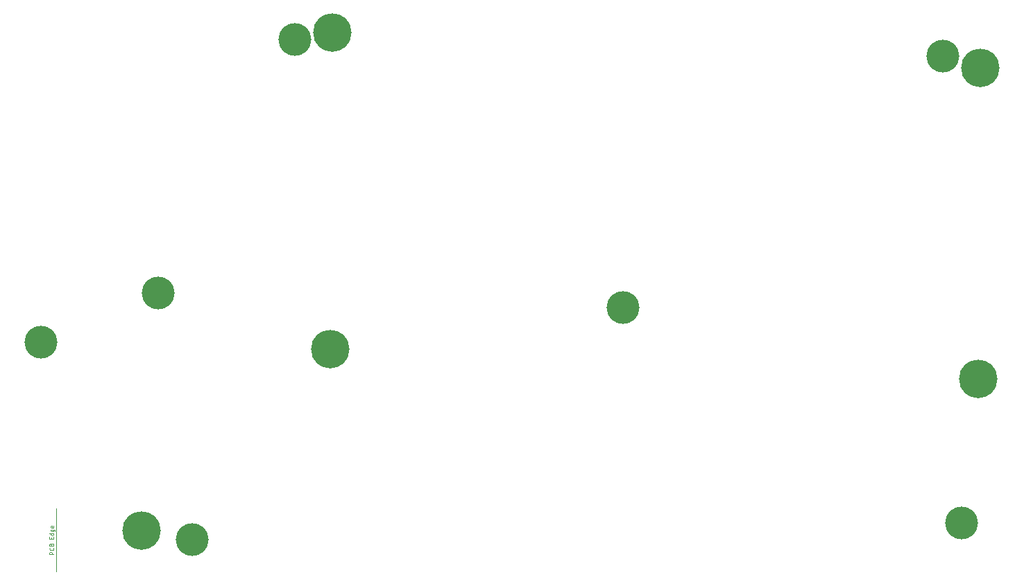
<source format=gbr>
%TF.GenerationSoftware,KiCad,Pcbnew,(5.99.0-9486-g75c525af4f)*%
%TF.CreationDate,2021-09-25T15:51:28+01:00*%
%TF.ProjectId,LimeKeyboard,4c696d65-4b65-4796-926f-6172642e6b69,rev?*%
%TF.SameCoordinates,Original*%
%TF.FileFunction,OtherDrawing,Comment*%
%FSLAX46Y46*%
G04 Gerber Fmt 4.6, Leading zero omitted, Abs format (unit mm)*
G04 Created by KiCad (PCBNEW (5.99.0-9486-g75c525af4f)) date 2021-09-25 15:51:28*
%MOMM*%
%LPD*%
G01*
G04 APERTURE LIST*
%ADD10C,0.080000*%
%ADD11C,0.100000*%
%ADD12C,4.700000*%
%ADD13C,4.000000*%
G04 APERTURE END LIST*
D10*
%TO.C,JOYSTICK*%
X84051190Y-128759285D02*
X83551190Y-128759285D01*
X83551190Y-128568809D01*
X83575000Y-128521190D01*
X83598809Y-128497380D01*
X83646428Y-128473571D01*
X83717857Y-128473571D01*
X83765476Y-128497380D01*
X83789285Y-128521190D01*
X83813095Y-128568809D01*
X83813095Y-128759285D01*
X84003571Y-127973571D02*
X84027380Y-127997380D01*
X84051190Y-128068809D01*
X84051190Y-128116428D01*
X84027380Y-128187857D01*
X83979761Y-128235476D01*
X83932142Y-128259285D01*
X83836904Y-128283095D01*
X83765476Y-128283095D01*
X83670238Y-128259285D01*
X83622619Y-128235476D01*
X83575000Y-128187857D01*
X83551190Y-128116428D01*
X83551190Y-128068809D01*
X83575000Y-127997380D01*
X83598809Y-127973571D01*
X83789285Y-127592619D02*
X83813095Y-127521190D01*
X83836904Y-127497380D01*
X83884523Y-127473571D01*
X83955952Y-127473571D01*
X84003571Y-127497380D01*
X84027380Y-127521190D01*
X84051190Y-127568809D01*
X84051190Y-127759285D01*
X83551190Y-127759285D01*
X83551190Y-127592619D01*
X83575000Y-127545000D01*
X83598809Y-127521190D01*
X83646428Y-127497380D01*
X83694047Y-127497380D01*
X83741666Y-127521190D01*
X83765476Y-127545000D01*
X83789285Y-127592619D01*
X83789285Y-127759285D01*
X83789285Y-126878333D02*
X83789285Y-126711666D01*
X84051190Y-126640238D02*
X84051190Y-126878333D01*
X83551190Y-126878333D01*
X83551190Y-126640238D01*
X84051190Y-126211666D02*
X83551190Y-126211666D01*
X84027380Y-126211666D02*
X84051190Y-126259285D01*
X84051190Y-126354523D01*
X84027380Y-126402142D01*
X84003571Y-126425952D01*
X83955952Y-126449761D01*
X83813095Y-126449761D01*
X83765476Y-126425952D01*
X83741666Y-126402142D01*
X83717857Y-126354523D01*
X83717857Y-126259285D01*
X83741666Y-126211666D01*
X83717857Y-125759285D02*
X84122619Y-125759285D01*
X84170238Y-125783095D01*
X84194047Y-125806904D01*
X84217857Y-125854523D01*
X84217857Y-125925952D01*
X84194047Y-125973571D01*
X84027380Y-125759285D02*
X84051190Y-125806904D01*
X84051190Y-125902142D01*
X84027380Y-125949761D01*
X84003571Y-125973571D01*
X83955952Y-125997380D01*
X83813095Y-125997380D01*
X83765476Y-125973571D01*
X83741666Y-125949761D01*
X83717857Y-125902142D01*
X83717857Y-125806904D01*
X83741666Y-125759285D01*
X84027380Y-125330714D02*
X84051190Y-125378333D01*
X84051190Y-125473571D01*
X84027380Y-125521190D01*
X83979761Y-125545000D01*
X83789285Y-125545000D01*
X83741666Y-125521190D01*
X83717857Y-125473571D01*
X83717857Y-125378333D01*
X83741666Y-125330714D01*
X83789285Y-125306904D01*
X83836904Y-125306904D01*
X83884523Y-125545000D01*
D11*
X84325000Y-130900000D02*
X84325000Y-123190000D01*
%TD*%
D12*
%TO.C,TH5*%
X117827100Y-103670600D03*
%TD*%
D13*
%TO.C,TH5*%
X192519300Y-67881500D03*
%TD*%
%TO.C,TH7*%
X153530300Y-98640900D03*
%TD*%
%TO.C,TH3*%
X100990400Y-126949200D03*
%TD*%
%TO.C,TH6*%
X113474500Y-65849500D03*
%TD*%
%TO.C,TH4*%
X194856100Y-124968000D03*
%TD*%
%TO.C,TH1*%
X82473800Y-102831900D03*
%TD*%
%TO.C,TH2*%
X96824800Y-96824800D03*
%TD*%
D12*
%TO.C,TH4*%
X197142100Y-69329300D03*
%TD*%
%TO.C,TH7*%
X94800000Y-125875000D03*
%TD*%
%TO.C,TH3*%
X118055700Y-65048300D03*
%TD*%
%TO.C,TH6*%
X196846500Y-107366000D03*
%TD*%
M02*

</source>
